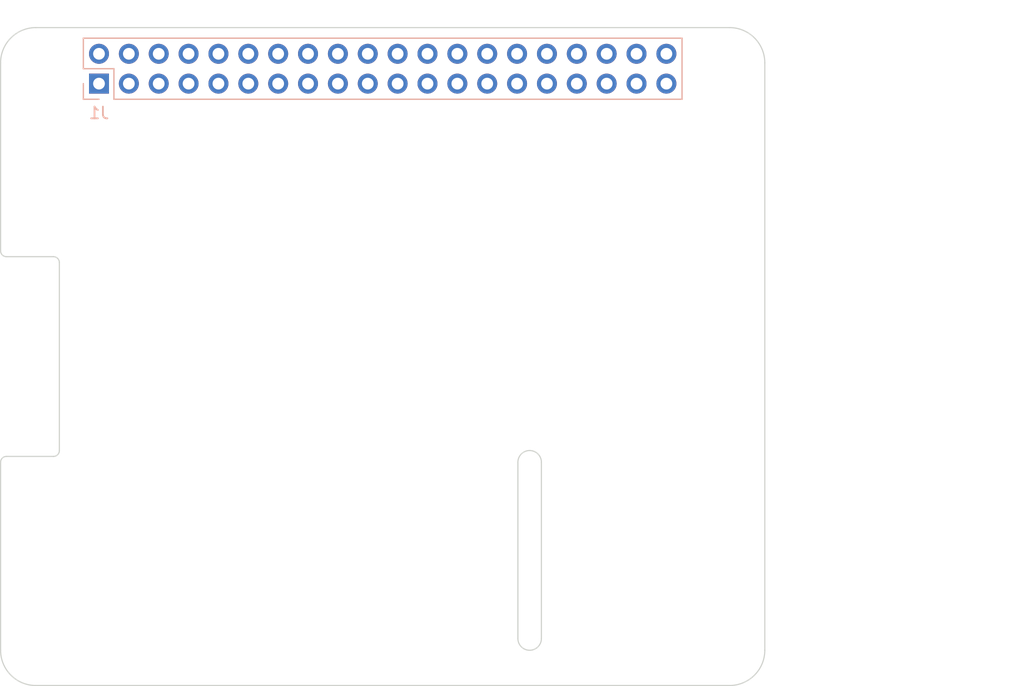
<source format=kicad_pcb>
(kicad_pcb (version 20211014) (generator pcbnew)
  (title_block (date "15 nov 2012"))
  (layers (0 "F.Cu" signal) (31 "B.Cu" signal) (34 "B.Paste" user) (35 "F.Paste" user) (36 "B.SilkS" user "B.Silkscreen") (37 "F.SilkS" user "F.Silkscreen") (38 "B.Mask" user) (39 "F.Mask" user) (44 "Edge.Cuts" user))
  (net 0 "")
  (net 1 "GND")
  (net 2 "/GPIO[2]{slash}SDA1")
  (net 3 "/GPIO[3]{slash}SCL1")
  (net 4 "/GPIO[4]{slash}GPCLK0")
  (net 5 "/GPIO[14]{slash}TXD0")
  (net 6 "/GPIO[15]{slash}RXD0")
  (net 7 "/GPIO[17]")
  (net 8 "/GPIO[18]{slash}PCM.CLK")
  (net 9 "/GPIO[27]")
  (net 10 "/GPIO[22]")
  (net 11 "/GPIO[23]")
  (net 12 "/GPIO[24]")
  (net 13 "/GPIO[10]{slash}SPI0.MOSI")
  (net 14 "/GPIO[9]{slash}SPI0.MISO")
  (net 15 "/GPIO[25]")
  (net 16 "/GPIO[11]{slash}SPI0.SCLK")
  (net 17 "/GPIO[8]{slash}SPI0.CE0")
  (net 18 "/GPIO[7]{slash}SPI0.CE1")
  (net 19 "/ID_SDA")
  (net 20 "/ID_SCL")
  (net 21 "/GPIO[5]")
  (net 22 "/GPIO[6]")
  (net 23 "/GPIO[12]{slash}PWM0")
  (net 24 "/GPIO[13]{slash}PWM1")
  (net 25 "/GPIO[19]{slash}PCM.FS")
  (net 26 "/GPIO[16]")
  (net 27 "/GPIO[26]")
  (net 28 "/GPIO[20]{slash}PCM.DIN")
  (net 29 "/GPIO[21]{slash}PCM.DOUT")
  (net 30 "+5V")
  (net 31 "+3V3")
  (footprint "MountingHole:MountingHole_2.7mm_M2.5" (layer "F.Cu") (at 161.5 47.5)
    (fp_text reference "MH2" hide)
    (fp_text value "MountingHole_2.7mm_M2.5" hide)
    (pad "" np_thru_hole circle locked (at 0 0) (size 2.7 2.7) (drill 2.7) (layers *.Cu *.Mask))
  )
  (footprint "MountingHole:MountingHole_2.7mm_M2.5" (layer "F.Cu") (at 103.5 96.5)
    (fp_text reference "MH3" hide)
    (fp_text value "MountingHole_2.7mm_M2.5" hide)
    (pad "" np_thru_hole circle locked (at 0 0) (size 2.7 2.7) (drill 2.7) (layers *.Cu *.Mask))
  )
  (footprint "MountingHole:MountingHole_2.7mm_M2.5" (layer "F.Cu") (at 103.5 47.5)
    (fp_text reference "MH1" hide)
    (fp_text value "MountingHole_2.7mm_M2.5" hide)
    (pad "" np_thru_hole circle locked (at 0 0) (size 2.7 2.7) (drill 2.7) (layers *.Cu *.Mask))
  )
  (footprint "MountingHole:MountingHole_2.7mm_M2.5" (layer "F.Cu") (at 161.5 96.5)
    (fp_text reference "MH4" hide)
    (fp_text value "MountingHole_2.7mm_M2.5" hide)
    (pad "" np_thru_hole circle locked (at 0 0) (size 2.7 2.7) (drill 2.7) (layers *.Cu *.Mask))
  )
  (footprint "Connector_PinSocket_2.54mm:PinSocket_2x20_P2.54mm_Vertical" (layer "B.Cu") (at 108.37 48.77 -90)
    (fp_text reference "J1" (at 2.5 0) (layer "B.SilkS") (effects (justify mirror)))
    (fp_text value "GPIO")
    (fp_line (start 1.33 -1.27) (end 1.33 -49.59) (layer "B.SilkS") (width 0.12))
    (fp_line (start -1.27 -1.27) (end 1.33 -1.27) (layer "B.SilkS") (width 0.12))
    (fp_line (start -3.87 1.33) (end -3.87 -49.59) (layer "B.SilkS") (width 0.12))
    (fp_line (start -3.87 -49.59) (end 1.33 -49.59) (layer "B.SilkS") (width 0.12))
    (fp_line (start 0 1.33) (end 1.33 1.33) (layer "B.SilkS") (width 0.12))
    (fp_line (start -3.87 1.33) (end -1.27 1.33) (layer "B.SilkS") (width 0.12))
    (fp_line (start 1.33 1.33) (end 1.33 0) (layer "B.SilkS") (width 0.12))
    (fp_line (start -1.27 1.33) (end -1.27 -1.27) (layer "B.SilkS") (width 0.12))
    (pad "1" thru_hole rect locked (at 0 0 270) (size 1.7 1.7) (drill 1) (layers *.Cu *.Mask) (net 31 "+3V3"))
    (pad "2" thru_hole oval locked (at -2.54 0 270) (size 1.7 1.7) (drill 1) (layers *.Cu *.Mask) (net 30 "+5V"))
    (pad "3" thru_hole oval locked (at 0 -2.54 270) (size 1.7 1.7) (drill 1) (layers *.Cu *.Mask) (net 2 "/GPIO[2]{slash}SDA1"))
    (pad "4" thru_hole oval locked (at -2.54 -2.54 270) (size 1.7 1.7) (drill 1) (layers *.Cu *.Mask) (net 30 "+5V"))
    (pad "5" thru_hole oval locked (at 0 -5.08 270) (size 1.7 1.7) (drill 1) (layers *.Cu *.Mask) (net 3 "/GPIO[3]{slash}SCL1"))
    (pad "6" thru_hole oval locked (at -2.54 -5.08 270) (size 1.7 1.7) (drill 1) (layers *.Cu *.Mask) (net 1 "GND"))
    (pad "7" thru_hole oval locked (at 0 -7.62 270) (size 1.7 1.7) (drill 1) (layers *.Cu *.Mask) (net 4 "/GPIO[4]{slash}GPCLK0"))
    (pad "8" thru_hole oval locked (at -2.54 -7.62 270) (size 1.7 1.7) (drill 1) (layers *.Cu *.Mask) (net 5 "/GPIO[14]{slash}TXD0"))
    (pad "9" thru_hole oval locked (at 0 -10.16 270) (size 1.7 1.7) (drill 1) (layers *.Cu *.Mask) (net 1 "GND"))
    (pad "10" thru_hole oval locked (at -2.54 -10.16 270) (size 1.7 1.7) (drill 1) (layers *.Cu *.Mask) (net 6 "/GPIO[15]{slash}RXD0"))
    (pad "11" thru_hole oval locked (at 0 -12.7 270) (size 1.7 1.7) (drill 1) (layers *.Cu *.Mask) (net 7 "/GPIO[17]"))
    (pad "12" thru_hole oval locked (at -2.54 -12.7 270) (size 1.7 1.7) (drill 1) (layers *.Cu *.Mask) (net 8 "/GPIO[18]{slash}PCM.CLK"))
    (pad "13" thru_hole oval locked (at 0 -15.24 270) (size 1.7 1.7) (drill 1) (layers *.Cu *.Mask) (net 9 "/GPIO[27]"))
    (pad "14" thru_hole oval locked (at -2.54 -15.24 270) (size 1.7 1.7) (drill 1) (layers *.Cu *.Mask) (net 1 "GND"))
    (pad "15" thru_hole oval locked (at 0 -17.78 270) (size 1.7 1.7) (drill 1) (layers *.Cu *.Mask) (net 10 "/GPIO[22]"))
    (pad "16" thru_hole oval locked (at -2.54 -17.78 270) (size 1.7 1.7) (drill 1) (layers *.Cu *.Mask) (net 11 "/GPIO[23]"))
    (pad "17" thru_hole oval locked (at 0 -20.32 270) (size 1.7 1.7) (drill 1) (layers *.Cu *.Mask) (net 31 "+3V3"))
    (pad "18" thru_hole oval locked (at -2.54 -20.32 270) (size 1.7 1.7) (drill 1) (layers *.Cu *.Mask) (net 12 "/GPIO[24]"))
    (pad "19" thru_hole oval locked (at 0 -22.86 270) (size 1.7 1.7) (drill 1) (layers *.Cu *.Mask) (net 13 "/GPIO[10]{slash}SPI0.MOSI"))
    (pad "20" thru_hole oval locked (at -2.54 -22.86 270) (size 1.7 1.7) (drill 1) (layers *.Cu *.Mask) (net 1 "GND"))
    (pad "21" thru_hole oval locked (at 0 -25.4 270) (size 1.7 1.7) (drill 1) (layers *.Cu *.Mask) (net 14 "/GPIO[9]{slash}SPI0.MISO"))
    (pad "22" thru_hole oval locked (at -2.54 -25.4 270) (size 1.7 1.7) (drill 1) (layers *.Cu *.Mask) (net 15 "/GPIO[25]"))
    (pad "23" thru_hole oval locked (at 0 -27.94 270) (size 1.7 1.7) (drill 1) (layers *.Cu *.Mask) (net 16 "/GPIO[11]{slash}SPI0.SCLK"))
    (pad "24" thru_hole oval locked (at -2.54 -27.94 270) (size 1.7 1.7) (drill 1) (layers *.Cu *.Mask) (net 17 "/GPIO[8]{slash}SPI0.CE0"))
    (pad "25" thru_hole oval locked (at 0 -30.48 270) (size 1.7 1.7) (drill 1) (layers *.Cu *.Mask) (net 1 "GND"))
    (pad "26" thru_hole oval locked (at -2.54 -30.48 270) (size 1.7 1.7) (drill 1) (layers *.Cu *.Mask) (net 18 "/GPIO[7]{slash}SPI0.CE1"))
    (pad "27" thru_hole oval locked (at 0 -33.02 270) (size 1.7 1.7) (drill 1) (layers *.Cu *.Mask) (net 19 "/ID_SDA"))
    (pad "28" thru_hole oval locked (at -2.54 -33.02 270) (size 1.7 1.7) (drill 1) (layers *.Cu *.Mask) (net 20 "/ID_SCL"))
    (pad "29" thru_hole oval locked (at 0 -35.56 270) (size 1.7 1.7) (drill 1) (layers *.Cu *.Mask) (net 21 "/GPIO[5]"))
    (pad "30" thru_hole oval locked (at -2.54 -35.56 270) (size 1.7 1.7) (drill 1) (layers *.Cu *.Mask) (net 1 "GND"))
    (pad "31" thru_hole oval locked (at 0 -38.1 270) (size 1.7 1.7) (drill 1) (layers *.Cu *.Mask) (net 22 "/GPIO[6]"))
    (pad "32" thru_hole oval locked (at -2.54 -38.1 270) (size 1.7 1.7) (drill 1) (layers *.Cu *.Mask) (net 23 "/GPIO[12]{slash}PWM0"))
    (pad "33" thru_hole oval locked (at 0 -40.64 270) (size 1.7 1.7) (drill 1) (layers *.Cu *.Mask) (net 24 "/GPIO[13]{slash}PWM1"))
    (pad "34" thru_hole oval locked (at -2.54 -40.64 270) (size 1.7 1.7) (drill 1) (layers *.Cu *.Mask) (net 1 "GND"))
    (pad "35" thru_hole oval locked (at 0 -43.18 270) (size 1.7 1.7) (drill 1) (layers *.Cu *.Mask) (net 25 "/GPIO[19]{slash}PCM.FS"))
    (pad "36" thru_hole oval locked (at -2.54 -43.18 270) (size 1.7 1.7) (drill 1) (layers *.Cu *.Mask) (net 26 "/GPIO[16]"))
    (pad "37" thru_hole oval locked (at 0 -45.72 270) (size 1.7 1.7) (drill 1) (layers *.Cu *.Mask) (net 27 "/GPIO[26]"))
    (pad "38" thru_hole oval locked (at -2.54 -45.72 270) (size 1.7 1.7) (drill 1) (layers *.Cu *.Mask) (net 28 "/GPIO[20]{slash}PCM.DIN"))
    (pad "39" thru_hole oval locked (at 0 -48.26 270) (size 1.7 1.7) (drill 1) (layers *.Cu *.Mask) (net 1 "GND"))
    (pad "40" thru_hole oval locked (at -2.54 -48.26 270) (size 1.7 1.7) (drill 1) (layers *.Cu *.Mask) (net 29 "/GPIO[21]{slash}PCM.DOUT"))
  )
  (gr_arc (start 100.5 63.5) (mid 100.146447 63.353553) (end 100 63) (layer "Edge.Cuts") (width 0.1))
  (gr_arc (start 162 44) (mid 164.12132 44.87868) (end 165 47) (layer "Edge.Cuts") (width 0.1))
  (gr_line (start 165 97) (end 165 47) (layer "Edge.Cuts") (width 0.1))
  (gr_line (start 100 47) (end 100 63) (layer "Edge.Cuts") (width 0.1))
  (gr_line (start 146 81) (end 146 96) (layer "Edge.Cuts") (width 0.1))
  (gr_line (start 144 96) (end 144 81) (layer "Edge.Cuts") (width 0.1))
  (gr_arc (start 103 100) (mid 100.87868 99.12132) (end 100 97) (layer "Edge.Cuts") (width 0.1))
  (gr_line (start 103 100) (end 162 100) (layer "Edge.Cuts") (width 0.1))
  (gr_line (start 104.5 80.5) (end 100.5 80.5) (layer "Edge.Cuts") (width 0.1))
  (gr_arc (start 144 81) (mid 145 80) (end 146 81) (layer "Edge.Cuts") (width 0.1))
  (gr_arc (start 100 81) (mid 100.146138 80.646755) (end 100.499127 80.500001) (layer "Edge.Cuts") (width 0.1))
  (gr_arc (start 165 97) (mid 164.12132 99.12132) (end 162 100) (layer "Edge.Cuts") (width 0.1))
  (gr_line (start 105 64) (end 105 80) (layer "Edge.Cuts") (width 0.1))
  (gr_arc (start 100 47) (mid 100.87868 44.87868) (end 103 44) (layer "Edge.Cuts") (width 0.1))
  (gr_arc (start 146 96) (mid 145 97) (end 144 96) (layer "Edge.Cuts") (width 0.1))
  (gr_line (start 100 81) (end 100 97) (layer "Edge.Cuts") (width 0.1))
  (gr_line (start 100.5 63.5) (end 104.5 63.5) (layer "Edge.Cuts") (width 0.1))
  (gr_arc (start 105 80) (mid 104.853553 80.353553) (end 104.5 80.5) (layer "Edge.Cuts") (width 0.1))
  (gr_arc (start 104.5 63.5) (mid 104.853553 63.646447) (end 105 64) (layer "Edge.Cuts") (width 0.1))
  (gr_line (start 162 44) (end 103 44) (layer "Edge.Cuts") (width 0.1))
)
</source>
